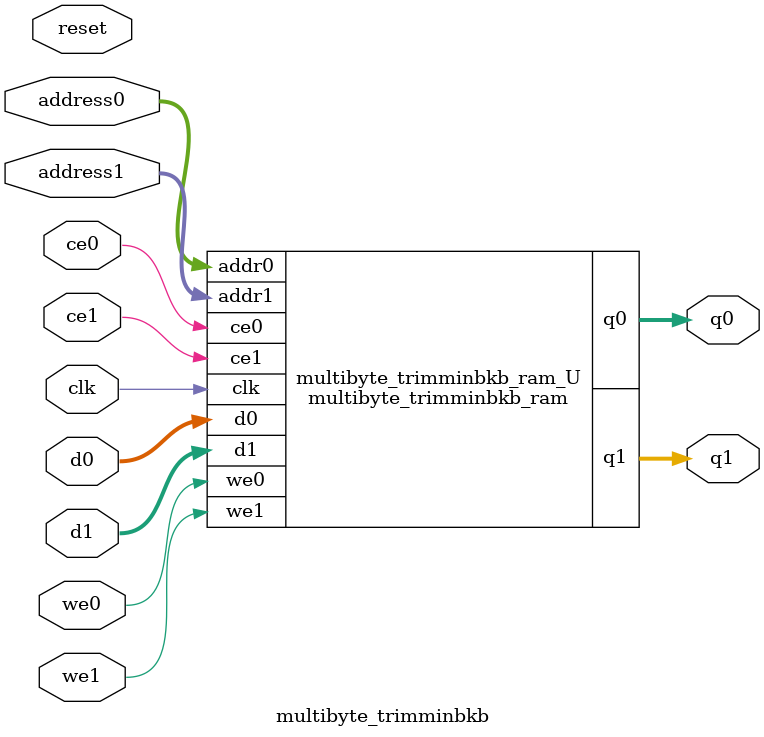
<source format=v>

`timescale 1 ns / 1 ps
module multibyte_trimminbkb_ram (addr0, ce0, d0, we0, q0, addr1, ce1, d1, we1, q1,  clk);

parameter DWIDTH = 16;
parameter AWIDTH = 5;
parameter MEM_SIZE = 24;

input[AWIDTH-1:0] addr0;
input ce0;
input[DWIDTH-1:0] d0;
input we0;
output reg[DWIDTH-1:0] q0;
input[AWIDTH-1:0] addr1;
input ce1;
input[DWIDTH-1:0] d1;
input we1;
output reg[DWIDTH-1:0] q1;
input clk;

(* ram_style = "block" *)reg [DWIDTH-1:0] ram[0:MEM_SIZE-1];




always @(posedge clk)  
begin 
    if (ce0) 
    begin
        if (we0) 
        begin 
            ram[addr0] <= d0; 
            q0 <= d0;
        end 
        else 
            q0 <= ram[addr0];
    end
end


always @(posedge clk)  
begin 
    if (ce1) 
    begin
        if (we1) 
        begin 
            ram[addr1] <= d1; 
            q1 <= d1;
        end 
        else 
            q1 <= ram[addr1];
    end
end


endmodule


`timescale 1 ns / 1 ps
module multibyte_trimminbkb(
    reset,
    clk,
    address0,
    ce0,
    we0,
    d0,
    q0,
    address1,
    ce1,
    we1,
    d1,
    q1);

parameter DataWidth = 32'd16;
parameter AddressRange = 32'd24;
parameter AddressWidth = 32'd5;
input reset;
input clk;
input[AddressWidth - 1:0] address0;
input ce0;
input we0;
input[DataWidth - 1:0] d0;
output[DataWidth - 1:0] q0;
input[AddressWidth - 1:0] address1;
input ce1;
input we1;
input[DataWidth - 1:0] d1;
output[DataWidth - 1:0] q1;



multibyte_trimminbkb_ram multibyte_trimminbkb_ram_U(
    .clk( clk ),
    .addr0( address0 ),
    .ce0( ce0 ),
    .d0( d0 ),
    .we0( we0 ),
    .q0( q0 ),
    .addr1( address1 ),
    .ce1( ce1 ),
    .d1( d1 ),
    .we1( we1 ),
    .q1( q1 ));

endmodule


</source>
